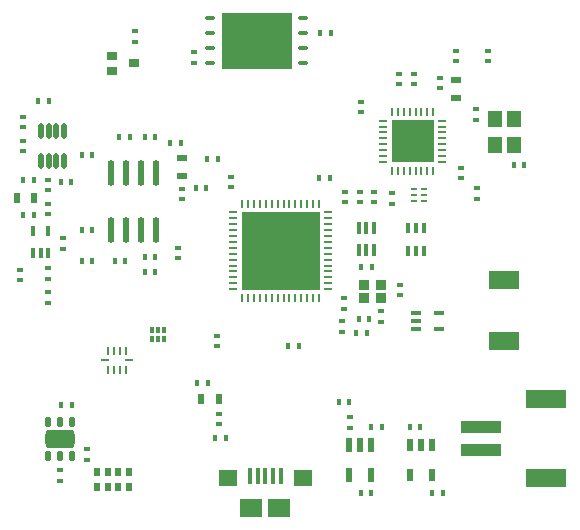
<source format=gtp>
%FSLAX24Y24*%
%MOIN*%
G70*
G01*
G75*
G04 Layer_Color=8421504*
%ADD10C,0.0100*%
%ADD11C,0.0197*%
%ADD12C,0.0197*%
%ADD13C,0.0394*%
%ADD14R,0.0453X0.0551*%
%ADD15R,0.0374X0.0335*%
%ADD16R,0.0217X0.0512*%
%ADD17R,0.1417X0.1417*%
%ADD18O,0.0295X0.0079*%
%ADD19O,0.0079X0.0295*%
%ADD20O,0.0315X0.0157*%
%ADD21R,0.2362X0.1890*%
%ADD22R,0.2598X0.2598*%
%ADD23O,0.0079X0.0315*%
%ADD24O,0.0315X0.0079*%
%ADD25R,0.0157X0.0335*%
%ADD26R,0.0118X0.0193*%
%ADD27R,0.0118X0.0209*%
%ADD28O,0.0098X0.0276*%
%ADD29O,0.0276X0.0098*%
%ADD30R,0.0335X0.0157*%
%ADD31O,0.0217X0.0866*%
%ADD32O,0.0177X0.0532*%
%ADD33R,0.0217X0.0394*%
%ADD34R,0.0157X0.0236*%
%ADD35R,0.0236X0.0157*%
%ADD36R,0.0354X0.0276*%
%ADD37R,0.0354X0.0197*%
%ADD38R,0.0630X0.0551*%
%ADD39R,0.0748X0.0630*%
%ADD40R,0.0157X0.0532*%
%ADD41R,0.0197X0.0354*%
%ADD42R,0.1339X0.0591*%
%ADD43R,0.1378X0.0394*%
%ADD44R,0.0138X0.0394*%
%ADD45R,0.0217X0.0098*%
%ADD46R,0.1024X0.0591*%
%ADD47R,0.0197X0.0315*%
G04:AMPARAMS|DCode=48|XSize=63mil|YSize=98.4mil|CornerRadius=15.7mil|HoleSize=0mil|Usage=FLASHONLY|Rotation=270.000|XOffset=0mil|YOffset=0mil|HoleType=Round|Shape=RoundedRectangle|*
%AMROUNDEDRECTD48*
21,1,0.0630,0.0669,0,0,270.0*
21,1,0.0315,0.0984,0,0,270.0*
1,1,0.0315,-0.0335,-0.0157*
1,1,0.0315,-0.0335,0.0157*
1,1,0.0315,0.0335,0.0157*
1,1,0.0315,0.0335,-0.0157*
%
%ADD48ROUNDEDRECTD48*%
G04:AMPARAMS|DCode=49|XSize=33.5mil|YSize=17.7mil|CornerRadius=4.4mil|HoleSize=0mil|Usage=FLASHONLY|Rotation=270.000|XOffset=0mil|YOffset=0mil|HoleType=Round|Shape=RoundedRectangle|*
%AMROUNDEDRECTD49*
21,1,0.0335,0.0089,0,0,270.0*
21,1,0.0246,0.0177,0,0,270.0*
1,1,0.0089,-0.0044,-0.0123*
1,1,0.0089,-0.0044,0.0123*
1,1,0.0089,0.0044,0.0123*
1,1,0.0089,0.0044,-0.0123*
%
%ADD49ROUNDEDRECTD49*%
%ADD50C,0.0200*%
%ADD51C,0.0150*%
%ADD52C,0.0661*%
%ADD53C,0.0591*%
%ADD54C,0.0591*%
%ADD55C,0.1260*%
%ADD56C,0.0630*%
%ADD57C,0.0270*%
%ADD58C,0.0340*%
%ADD59C,0.0290*%
%ADD60C,0.0300*%
%ADD61R,0.0276X0.0354*%
%ADD62O,0.0315X0.0098*%
%ADD63O,0.0098X0.0315*%
%ADD64R,0.1299X0.1299*%
%ADD65R,0.0591X0.0236*%
%ADD66C,0.0098*%
%ADD67C,0.0157*%
%ADD68C,0.0039*%
%ADD69C,0.0079*%
%ADD70C,0.0047*%
%ADD71C,0.0050*%
%ADD72C,0.0040*%
%ADD73C,0.0060*%
%ADD74R,0.0148X0.0177*%
%ADD75R,0.0551X0.0433*%
D14*
X56715Y28333D02*
D03*
Y27467D02*
D03*
X56085D02*
D03*
Y28333D02*
D03*
D15*
X52305Y22826D02*
D03*
X51735D02*
D03*
Y22374D02*
D03*
X52305D02*
D03*
D16*
X51974Y17462D02*
D03*
X51600D02*
D03*
X51226D02*
D03*
Y16478D02*
D03*
X51974D02*
D03*
D17*
X53350Y27600D02*
D03*
D18*
X54344Y28289D02*
D03*
Y28092D02*
D03*
Y27895D02*
D03*
Y27698D02*
D03*
Y27502D02*
D03*
Y27305D02*
D03*
Y27108D02*
D03*
Y26911D02*
D03*
X52356D02*
D03*
Y27108D02*
D03*
Y27305D02*
D03*
Y27502D02*
D03*
Y27698D02*
D03*
Y27895D02*
D03*
Y28092D02*
D03*
Y28289D02*
D03*
D19*
X54039Y26606D02*
D03*
X53842D02*
D03*
X53645D02*
D03*
X53448D02*
D03*
X53252D02*
D03*
X53055D02*
D03*
X52858D02*
D03*
X52661D02*
D03*
Y28594D02*
D03*
X52858D02*
D03*
X53055D02*
D03*
X53252D02*
D03*
X53448D02*
D03*
X53645D02*
D03*
X53842D02*
D03*
X54039D02*
D03*
D20*
X49705Y30200D02*
D03*
Y30700D02*
D03*
Y31200D02*
D03*
Y31700D02*
D03*
X46595D02*
D03*
Y31200D02*
D03*
Y30700D02*
D03*
Y30200D02*
D03*
D21*
X48150Y30950D02*
D03*
D22*
X48950Y23950D02*
D03*
D23*
X47670Y25525D02*
D03*
X47867D02*
D03*
X48064D02*
D03*
X48261D02*
D03*
X48458D02*
D03*
X48655D02*
D03*
X48852D02*
D03*
X49048D02*
D03*
X49245D02*
D03*
X49442D02*
D03*
X49639D02*
D03*
X49836D02*
D03*
X50033D02*
D03*
X50230D02*
D03*
Y22375D02*
D03*
X50033D02*
D03*
X49836D02*
D03*
X49639D02*
D03*
X49442D02*
D03*
X49245D02*
D03*
X49048D02*
D03*
X48852D02*
D03*
X48655D02*
D03*
X48458D02*
D03*
X48261D02*
D03*
X48064D02*
D03*
X47867D02*
D03*
X47670D02*
D03*
D24*
X50525Y25230D02*
D03*
Y25033D02*
D03*
Y24836D02*
D03*
Y24639D02*
D03*
Y24442D02*
D03*
Y24245D02*
D03*
Y24048D02*
D03*
Y23852D02*
D03*
Y23655D02*
D03*
Y23458D02*
D03*
Y23261D02*
D03*
Y23064D02*
D03*
Y22867D02*
D03*
Y22670D02*
D03*
X47375D02*
D03*
Y22867D02*
D03*
Y23064D02*
D03*
Y23261D02*
D03*
Y23458D02*
D03*
Y23655D02*
D03*
Y23852D02*
D03*
Y24048D02*
D03*
Y24245D02*
D03*
Y24442D02*
D03*
Y24639D02*
D03*
Y24836D02*
D03*
Y25033D02*
D03*
Y25230D02*
D03*
D25*
X53458Y23950D02*
D03*
X53714Y24698D02*
D03*
X53458D02*
D03*
X53202D02*
D03*
Y23950D02*
D03*
X53714D02*
D03*
X40694Y23876D02*
D03*
X40950D02*
D03*
X41206D02*
D03*
Y24624D02*
D03*
X40694D02*
D03*
D26*
X44653Y21298D02*
D03*
X44850D02*
D03*
X45047D02*
D03*
Y21002D02*
D03*
X44850D02*
D03*
D27*
X44653Y21010D02*
D03*
D28*
X43795Y20615D02*
D03*
X43598D02*
D03*
X43402D02*
D03*
X43205D02*
D03*
Y19985D02*
D03*
X43402D02*
D03*
X43598D02*
D03*
X43795D02*
D03*
D29*
X43106Y20300D02*
D03*
X43894D02*
D03*
D30*
X53472Y21866D02*
D03*
Y21610D02*
D03*
Y21354D02*
D03*
X54220D02*
D03*
Y21866D02*
D03*
D31*
X44800Y26555D02*
D03*
X44300D02*
D03*
X43800D02*
D03*
X43300D02*
D03*
X44800Y24645D02*
D03*
X44300D02*
D03*
X43800D02*
D03*
X43300D02*
D03*
D32*
X40966Y26958D02*
D03*
X41222D02*
D03*
X41478D02*
D03*
X41734D02*
D03*
X40966Y27942D02*
D03*
X41222D02*
D03*
X41478D02*
D03*
X41734D02*
D03*
D33*
X54004Y17462D02*
D03*
X53630D02*
D03*
X53256D02*
D03*
Y16478D02*
D03*
X54004D02*
D03*
D34*
X50627Y31200D02*
D03*
X50273D02*
D03*
X41626Y18810D02*
D03*
X41980D02*
D03*
X43423Y23600D02*
D03*
X43777D02*
D03*
X42677D02*
D03*
X42323D02*
D03*
Y24650D02*
D03*
X42677D02*
D03*
X43927Y27750D02*
D03*
X43573D02*
D03*
X45273Y27550D02*
D03*
X45627D02*
D03*
X42323Y27150D02*
D03*
X42677D02*
D03*
X44423Y27750D02*
D03*
X44777D02*
D03*
X41227Y28950D02*
D03*
X40873D02*
D03*
X40373Y26300D02*
D03*
X40727D02*
D03*
X50883Y18900D02*
D03*
X51237D02*
D03*
X46527Y19550D02*
D03*
X46173D02*
D03*
X47127Y17700D02*
D03*
X46773D02*
D03*
X51977Y15870D02*
D03*
X51623D02*
D03*
X51973Y18070D02*
D03*
X52327D02*
D03*
X57077Y26800D02*
D03*
X56723D02*
D03*
X51463Y21200D02*
D03*
X51817D02*
D03*
X46123Y26050D02*
D03*
X46477D02*
D03*
X41623Y26250D02*
D03*
X41977D02*
D03*
X44777Y23250D02*
D03*
X44423D02*
D03*
X44777Y23750D02*
D03*
X44423D02*
D03*
X40727Y25150D02*
D03*
X40373D02*
D03*
X54003Y15890D02*
D03*
X54357D02*
D03*
X53253Y18070D02*
D03*
X53607D02*
D03*
X51907Y21670D02*
D03*
X51553D02*
D03*
X49203Y20790D02*
D03*
X49557D02*
D03*
X46503Y27000D02*
D03*
X46857D02*
D03*
X51987Y23410D02*
D03*
X51633D02*
D03*
X50584Y26380D02*
D03*
X50230D02*
D03*
D35*
X46050Y30223D02*
D03*
Y30577D02*
D03*
X51250Y18397D02*
D03*
Y18043D02*
D03*
X54950Y26727D02*
D03*
Y26373D02*
D03*
X51010Y21607D02*
D03*
Y21253D02*
D03*
X51110Y25573D02*
D03*
Y25927D02*
D03*
X42500Y16983D02*
D03*
Y17337D02*
D03*
X45650Y26027D02*
D03*
Y25673D02*
D03*
X41200Y25973D02*
D03*
Y26327D02*
D03*
Y23023D02*
D03*
Y23377D02*
D03*
X40350Y28073D02*
D03*
Y28427D02*
D03*
X41700Y24023D02*
D03*
Y24377D02*
D03*
X54800Y30627D02*
D03*
Y30273D02*
D03*
X46900Y18527D02*
D03*
Y18173D02*
D03*
X44100Y31277D02*
D03*
Y30923D02*
D03*
X51640Y28573D02*
D03*
Y28927D02*
D03*
X52650Y25877D02*
D03*
Y25523D02*
D03*
X52890Y29503D02*
D03*
Y29857D02*
D03*
X53390Y29503D02*
D03*
Y29857D02*
D03*
X54250Y29373D02*
D03*
Y29727D02*
D03*
X55510Y26037D02*
D03*
Y25683D02*
D03*
X55850Y30627D02*
D03*
Y30273D02*
D03*
X55450Y28323D02*
D03*
Y28677D02*
D03*
X52300Y21583D02*
D03*
Y21937D02*
D03*
X51060Y22367D02*
D03*
Y22013D02*
D03*
X52920Y22826D02*
D03*
Y22472D02*
D03*
X47300Y26073D02*
D03*
Y26427D02*
D03*
X41586Y16637D02*
D03*
Y16283D02*
D03*
X40250Y23327D02*
D03*
Y22973D02*
D03*
X41200Y25173D02*
D03*
Y25527D02*
D03*
Y22223D02*
D03*
Y22577D02*
D03*
X40350Y27273D02*
D03*
Y27627D02*
D03*
X51590Y25927D02*
D03*
Y25573D02*
D03*
X52070Y25927D02*
D03*
Y25573D02*
D03*
X45530Y24057D02*
D03*
Y23703D02*
D03*
X46820Y20770D02*
D03*
Y21124D02*
D03*
D36*
X44074Y30200D02*
D03*
X43326Y29944D02*
D03*
Y30456D02*
D03*
D37*
X54800Y29055D02*
D03*
Y29645D02*
D03*
X45650Y26455D02*
D03*
Y27045D02*
D03*
D38*
X47180Y16364D02*
D03*
X49700D02*
D03*
D39*
X47968Y15380D02*
D03*
X48912D02*
D03*
D40*
X48440Y16433D02*
D03*
X48696D02*
D03*
X48952D02*
D03*
X48184D02*
D03*
X47928D02*
D03*
D41*
X46305Y19000D02*
D03*
X46895D02*
D03*
X40155Y25700D02*
D03*
X40745D02*
D03*
D42*
X57805Y19009D02*
D03*
Y16371D02*
D03*
D43*
X55620Y18084D02*
D03*
Y17296D02*
D03*
D44*
X52066Y24698D02*
D03*
X51810D02*
D03*
X51554D02*
D03*
Y23989D02*
D03*
X51810D02*
D03*
X52066D02*
D03*
D45*
X53714Y25603D02*
D03*
Y25800D02*
D03*
Y25997D02*
D03*
X53380D02*
D03*
Y25800D02*
D03*
Y25603D02*
D03*
D46*
X56394Y20949D02*
D03*
Y22977D02*
D03*
D47*
X43892Y16566D02*
D03*
X43537D02*
D03*
X43183D02*
D03*
X42828D02*
D03*
Y16094D02*
D03*
X43183D02*
D03*
X43537D02*
D03*
X43892D02*
D03*
D48*
X41586Y17680D02*
D03*
D49*
X41980Y18251D02*
D03*
X41586D02*
D03*
X41980Y17109D02*
D03*
X41586D02*
D03*
X41193Y18251D02*
D03*
Y17109D02*
D03*
M02*

</source>
